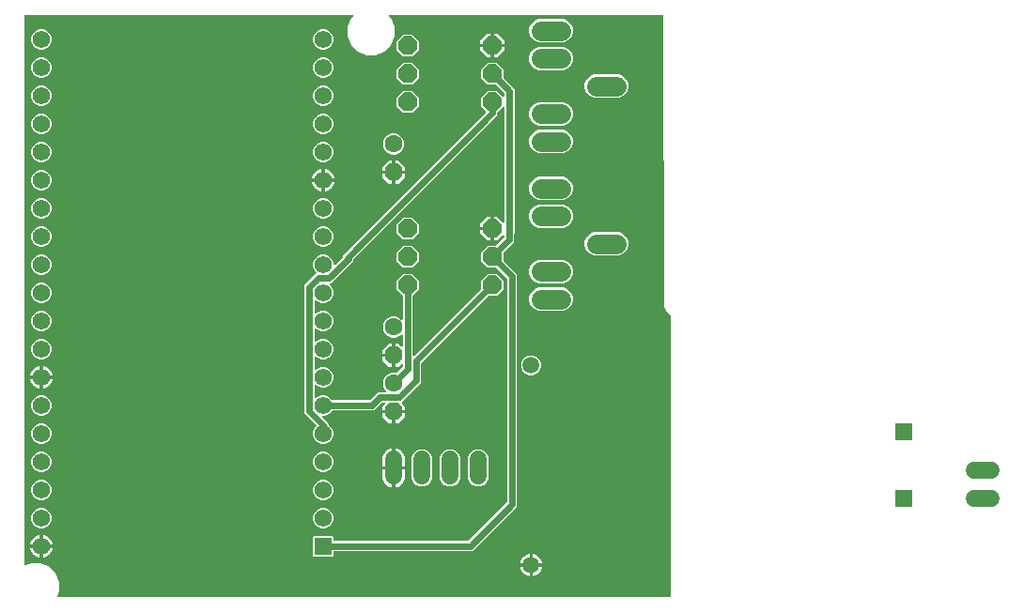
<source format=gbr>
G04 EAGLE Gerber RS-274X export*
G75*
%MOMM*%
%FSLAX34Y34*%
%LPD*%
%INBottom Copper*%
%IPPOS*%
%AMOC8*
5,1,8,0,0,1.08239X$1,22.5*%
G01*
%ADD10C,1.600200*%
%ADD11P,1.732040X8X292.500000*%
%ADD12P,1.814519X8X22.500000*%
%ADD13P,1.814519X8X202.500000*%
%ADD14C,1.524000*%
%ADD15R,1.560000X1.560000*%
%ADD16C,1.560000*%
%ADD17R,1.508000X1.508000*%
%ADD18C,1.508000*%
%ADD19C,1.800000*%
%ADD20C,0.609600*%

G36*
X591840Y10164D02*
X591840Y10164D01*
X591859Y10162D01*
X591961Y10184D01*
X592063Y10200D01*
X592080Y10210D01*
X592100Y10214D01*
X592189Y10267D01*
X592280Y10316D01*
X592294Y10330D01*
X592311Y10340D01*
X592378Y10419D01*
X592450Y10494D01*
X592458Y10512D01*
X592471Y10527D01*
X592510Y10623D01*
X592553Y10717D01*
X592555Y10737D01*
X592563Y10755D01*
X592581Y10922D01*
X592581Y263954D01*
X592567Y264044D01*
X592559Y264135D01*
X592547Y264165D01*
X592542Y264197D01*
X592499Y264277D01*
X592463Y264361D01*
X592437Y264393D01*
X592426Y264414D01*
X592403Y264436D01*
X592358Y264492D01*
X589726Y267125D01*
X589725Y267125D01*
X589724Y267126D01*
X588292Y268551D01*
X587519Y270417D01*
X587518Y270418D01*
X587518Y270419D01*
X586739Y272284D01*
X586739Y274306D01*
X586739Y274307D01*
X586739Y274308D01*
X586010Y535080D01*
X586007Y535099D01*
X586009Y535117D01*
X585987Y535219D01*
X585969Y535323D01*
X585961Y535339D01*
X585957Y535358D01*
X585903Y535448D01*
X585854Y535540D01*
X585840Y535553D01*
X585830Y535569D01*
X585751Y535637D01*
X585675Y535709D01*
X585658Y535717D01*
X585643Y535729D01*
X585546Y535768D01*
X585452Y535812D01*
X585433Y535814D01*
X585415Y535821D01*
X585249Y535839D01*
X339558Y535839D01*
X339487Y535828D01*
X339415Y535826D01*
X339366Y535808D01*
X339315Y535800D01*
X339252Y535766D01*
X339184Y535741D01*
X339144Y535709D01*
X339098Y535684D01*
X339048Y535632D01*
X338992Y535588D01*
X338964Y535544D01*
X338928Y535506D01*
X338898Y535441D01*
X338859Y535381D01*
X338847Y535330D01*
X338825Y535283D01*
X338817Y535212D01*
X338799Y535142D01*
X338803Y535090D01*
X338798Y535039D01*
X338813Y534968D01*
X338818Y534897D01*
X338839Y534849D01*
X338850Y534798D01*
X338887Y534737D01*
X338915Y534671D01*
X338960Y534615D01*
X338976Y534587D01*
X338994Y534572D01*
X339020Y534540D01*
X340731Y532828D01*
X343991Y524959D01*
X343991Y516441D01*
X340731Y508572D01*
X334708Y502549D01*
X326839Y499289D01*
X318321Y499289D01*
X310452Y502549D01*
X304429Y508572D01*
X301169Y516441D01*
X301169Y524959D01*
X304429Y532828D01*
X306140Y534540D01*
X306182Y534598D01*
X306232Y534650D01*
X306254Y534697D01*
X306284Y534739D01*
X306305Y534808D01*
X306335Y534873D01*
X306341Y534925D01*
X306356Y534975D01*
X306354Y535046D01*
X306362Y535117D01*
X306351Y535168D01*
X306350Y535220D01*
X306325Y535288D01*
X306310Y535358D01*
X306283Y535403D01*
X306265Y535451D01*
X306221Y535507D01*
X306184Y535569D01*
X306144Y535603D01*
X306112Y535643D01*
X306051Y535682D01*
X305997Y535729D01*
X305949Y535748D01*
X305905Y535776D01*
X305835Y535794D01*
X305769Y535821D01*
X305697Y535829D01*
X305666Y535837D01*
X305643Y535835D01*
X305602Y535839D01*
X10922Y535839D01*
X10902Y535836D01*
X10883Y535838D01*
X10781Y535816D01*
X10679Y535800D01*
X10662Y535790D01*
X10642Y535786D01*
X10553Y535733D01*
X10462Y535684D01*
X10448Y535670D01*
X10431Y535660D01*
X10364Y535581D01*
X10292Y535506D01*
X10284Y535488D01*
X10271Y535473D01*
X10232Y535377D01*
X10189Y535283D01*
X10187Y535263D01*
X10179Y535245D01*
X10161Y535078D01*
X10161Y40239D01*
X10168Y40193D01*
X10166Y40147D01*
X10188Y40073D01*
X10200Y39996D01*
X10222Y39955D01*
X10235Y39911D01*
X10279Y39847D01*
X10316Y39778D01*
X10349Y39747D01*
X10375Y39709D01*
X10438Y39663D01*
X10494Y39609D01*
X10536Y39590D01*
X10572Y39562D01*
X10646Y39538D01*
X10717Y39505D01*
X10763Y39500D01*
X10806Y39486D01*
X10884Y39487D01*
X10961Y39478D01*
X11006Y39488D01*
X11052Y39489D01*
X11184Y39527D01*
X11202Y39531D01*
X11206Y39533D01*
X11213Y39535D01*
X15741Y41411D01*
X24259Y41411D01*
X32128Y38151D01*
X38151Y32128D01*
X41411Y24259D01*
X41411Y15741D01*
X39535Y11213D01*
X39525Y11169D01*
X39505Y11127D01*
X39497Y11050D01*
X39479Y10974D01*
X39483Y10928D01*
X39478Y10883D01*
X39495Y10806D01*
X39502Y10729D01*
X39521Y10687D01*
X39531Y10642D01*
X39571Y10575D01*
X39602Y10504D01*
X39633Y10470D01*
X39657Y10431D01*
X39716Y10380D01*
X39769Y10323D01*
X39809Y10301D01*
X39844Y10271D01*
X39916Y10242D01*
X39984Y10205D01*
X40029Y10196D01*
X40072Y10179D01*
X40208Y10164D01*
X40226Y10161D01*
X40231Y10162D01*
X40239Y10161D01*
X591820Y10161D01*
X591840Y10164D01*
G37*
%LPC*%
G36*
X270968Y47075D02*
X270968Y47075D01*
X270075Y47968D01*
X270075Y64832D01*
X270968Y65725D01*
X287832Y65725D01*
X288725Y64832D01*
X288725Y61734D01*
X288728Y61714D01*
X288726Y61695D01*
X288748Y61593D01*
X288764Y61491D01*
X288774Y61474D01*
X288778Y61454D01*
X288831Y61365D01*
X288880Y61274D01*
X288894Y61260D01*
X288904Y61243D01*
X288983Y61176D01*
X289058Y61104D01*
X289076Y61096D01*
X289091Y61083D01*
X289187Y61044D01*
X289281Y61001D01*
X289301Y60999D01*
X289319Y60991D01*
X289486Y60973D01*
X409791Y60973D01*
X409881Y60987D01*
X409972Y60995D01*
X410001Y61007D01*
X410033Y61012D01*
X410114Y61055D01*
X410198Y61091D01*
X410230Y61117D01*
X410251Y61128D01*
X410273Y61151D01*
X410329Y61196D01*
X444784Y95651D01*
X444827Y95711D01*
X444868Y95754D01*
X444875Y95769D01*
X444897Y95795D01*
X444909Y95825D01*
X444928Y95851D01*
X444955Y95938D01*
X444962Y95955D01*
X444972Y95977D01*
X444972Y95982D01*
X444989Y96023D01*
X444993Y96064D01*
X445000Y96086D01*
X444999Y96118D01*
X445007Y96189D01*
X445007Y297511D01*
X444993Y297601D01*
X444985Y297692D01*
X444973Y297721D01*
X444968Y297753D01*
X444925Y297834D01*
X444889Y297918D01*
X444863Y297950D01*
X444852Y297971D01*
X444829Y297993D01*
X444784Y298049D01*
X435463Y307370D01*
X435389Y307423D01*
X435319Y307483D01*
X435289Y307495D01*
X435263Y307514D01*
X435176Y307541D01*
X435091Y307575D01*
X435050Y307579D01*
X435028Y307586D01*
X434996Y307585D01*
X434925Y307593D01*
X427696Y307593D01*
X421893Y313396D01*
X421893Y321604D01*
X427696Y327407D01*
X434925Y327407D01*
X435015Y327421D01*
X435106Y327429D01*
X435135Y327441D01*
X435167Y327446D01*
X435248Y327489D01*
X435332Y327525D01*
X435364Y327551D01*
X435385Y327562D01*
X435407Y327585D01*
X435463Y327630D01*
X442244Y334411D01*
X442297Y334485D01*
X442357Y334555D01*
X442369Y334585D01*
X442388Y334611D01*
X442415Y334698D01*
X442449Y334783D01*
X442453Y334824D01*
X442460Y334846D01*
X442459Y334878D01*
X442467Y334949D01*
X442467Y336282D01*
X442456Y336353D01*
X442454Y336425D01*
X442436Y336474D01*
X442428Y336525D01*
X442394Y336588D01*
X442369Y336656D01*
X442337Y336696D01*
X442312Y336743D01*
X442260Y336792D01*
X442216Y336848D01*
X442172Y336876D01*
X442134Y336912D01*
X442069Y336942D01*
X442009Y336981D01*
X441958Y336994D01*
X441911Y337016D01*
X441840Y337023D01*
X441770Y337041D01*
X441718Y337037D01*
X441667Y337043D01*
X441596Y337027D01*
X441525Y337022D01*
X441477Y337001D01*
X441426Y336990D01*
X441365Y336954D01*
X441299Y336925D01*
X441243Y336881D01*
X441215Y336864D01*
X441200Y336846D01*
X441168Y336821D01*
X436324Y331977D01*
X433323Y331977D01*
X433323Y342138D01*
X433320Y342158D01*
X433322Y342177D01*
X433300Y342279D01*
X433283Y342381D01*
X433274Y342398D01*
X433270Y342418D01*
X433217Y342507D01*
X433168Y342598D01*
X433154Y342612D01*
X433144Y342629D01*
X433065Y342696D01*
X432990Y342767D01*
X432972Y342776D01*
X432957Y342789D01*
X432861Y342827D01*
X432767Y342871D01*
X432747Y342873D01*
X432729Y342881D01*
X432562Y342899D01*
X431799Y342899D01*
X431799Y342901D01*
X432562Y342901D01*
X432582Y342904D01*
X432601Y342902D01*
X432703Y342924D01*
X432805Y342941D01*
X432822Y342950D01*
X432842Y342954D01*
X432931Y343007D01*
X433022Y343056D01*
X433036Y343070D01*
X433053Y343080D01*
X433120Y343159D01*
X433191Y343234D01*
X433200Y343252D01*
X433213Y343267D01*
X433252Y343363D01*
X433295Y343457D01*
X433297Y343477D01*
X433305Y343495D01*
X433323Y343662D01*
X433323Y353823D01*
X436324Y353823D01*
X441422Y348725D01*
X441480Y348683D01*
X441532Y348634D01*
X441579Y348612D01*
X441621Y348582D01*
X441690Y348561D01*
X441755Y348530D01*
X441807Y348525D01*
X441857Y348509D01*
X441928Y348511D01*
X441999Y348503D01*
X442050Y348514D01*
X442102Y348516D01*
X442170Y348540D01*
X442240Y348556D01*
X442285Y348582D01*
X442333Y348600D01*
X442389Y348645D01*
X442451Y348682D01*
X442485Y348721D01*
X442525Y348754D01*
X442564Y348814D01*
X442611Y348869D01*
X442630Y348917D01*
X442658Y348961D01*
X442676Y349030D01*
X442703Y349097D01*
X442711Y349168D01*
X442719Y349199D01*
X442717Y349223D01*
X442721Y349264D01*
X442721Y452273D01*
X442710Y452344D01*
X442708Y452416D01*
X442690Y452465D01*
X442682Y452516D01*
X442648Y452579D01*
X442623Y452647D01*
X442591Y452687D01*
X442566Y452733D01*
X442515Y452783D01*
X442470Y452839D01*
X442426Y452867D01*
X442388Y452903D01*
X442323Y452933D01*
X442263Y452972D01*
X442212Y452984D01*
X442165Y453006D01*
X442094Y453014D01*
X442024Y453032D01*
X441972Y453028D01*
X441921Y453033D01*
X441850Y453018D01*
X441779Y453013D01*
X441731Y452992D01*
X441680Y452981D01*
X441619Y452944D01*
X441553Y452916D01*
X441497Y452872D01*
X441469Y452855D01*
X441454Y452837D01*
X441422Y452812D01*
X436596Y447985D01*
X436543Y447912D01*
X436483Y447842D01*
X436471Y447812D01*
X436452Y447786D01*
X436425Y447699D01*
X436391Y447614D01*
X436387Y447573D01*
X436380Y447551D01*
X436381Y447518D01*
X436373Y447447D01*
X436373Y445146D01*
X306728Y315501D01*
X306675Y315427D01*
X306615Y315357D01*
X306603Y315327D01*
X306584Y315301D01*
X306557Y315214D01*
X306523Y315129D01*
X306519Y315088D01*
X306512Y315066D01*
X306513Y315034D01*
X306505Y314963D01*
X306505Y313541D01*
X286419Y293455D01*
X285970Y293455D01*
X285899Y293444D01*
X285827Y293442D01*
X285778Y293424D01*
X285727Y293416D01*
X285664Y293382D01*
X285596Y293357D01*
X285556Y293325D01*
X285510Y293300D01*
X285460Y293248D01*
X285404Y293204D01*
X285376Y293160D01*
X285340Y293122D01*
X285310Y293057D01*
X285271Y292997D01*
X285259Y292946D01*
X285237Y292899D01*
X285229Y292828D01*
X285211Y292758D01*
X285215Y292706D01*
X285209Y292655D01*
X285225Y292584D01*
X285230Y292513D01*
X285251Y292465D01*
X285262Y292414D01*
X285299Y292353D01*
X285327Y292287D01*
X285371Y292231D01*
X285388Y292203D01*
X285406Y292188D01*
X285431Y292156D01*
X287305Y290282D01*
X288725Y286855D01*
X288725Y283145D01*
X287305Y279718D01*
X284682Y277095D01*
X281255Y275675D01*
X277545Y275675D01*
X274118Y277095D01*
X272900Y278313D01*
X272842Y278354D01*
X272790Y278404D01*
X272743Y278426D01*
X272701Y278456D01*
X272632Y278477D01*
X272567Y278507D01*
X272515Y278513D01*
X272465Y278528D01*
X272394Y278527D01*
X272323Y278535D01*
X272272Y278523D01*
X272220Y278522D01*
X272152Y278497D01*
X272082Y278482D01*
X272037Y278456D01*
X271989Y278438D01*
X271933Y278393D01*
X271871Y278356D01*
X271837Y278317D01*
X271797Y278284D01*
X271758Y278224D01*
X271711Y278169D01*
X271692Y278121D01*
X271664Y278077D01*
X271646Y278008D01*
X271619Y277941D01*
X271611Y277870D01*
X271603Y277839D01*
X271605Y277815D01*
X271601Y277774D01*
X271601Y266826D01*
X271612Y266755D01*
X271614Y266683D01*
X271632Y266634D01*
X271640Y266583D01*
X271674Y266520D01*
X271699Y266452D01*
X271731Y266412D01*
X271756Y266366D01*
X271808Y266316D01*
X271852Y266260D01*
X271896Y266232D01*
X271934Y266196D01*
X271999Y266166D01*
X272059Y266127D01*
X272110Y266115D01*
X272157Y266093D01*
X272228Y266085D01*
X272298Y266067D01*
X272350Y266071D01*
X272401Y266065D01*
X272472Y266081D01*
X272543Y266086D01*
X272591Y266107D01*
X272642Y266118D01*
X272703Y266155D01*
X272769Y266183D01*
X272825Y266227D01*
X272853Y266244D01*
X272868Y266262D01*
X272900Y266287D01*
X274118Y267505D01*
X277545Y268925D01*
X281255Y268925D01*
X284682Y267505D01*
X287305Y264882D01*
X288725Y261455D01*
X288725Y257745D01*
X287305Y254318D01*
X284682Y251695D01*
X281255Y250275D01*
X277545Y250275D01*
X274118Y251695D01*
X272900Y252913D01*
X272842Y252954D01*
X272790Y253004D01*
X272743Y253026D01*
X272701Y253056D01*
X272632Y253077D01*
X272567Y253107D01*
X272515Y253113D01*
X272465Y253128D01*
X272394Y253127D01*
X272323Y253135D01*
X272272Y253123D01*
X272220Y253122D01*
X272152Y253097D01*
X272082Y253082D01*
X272037Y253056D01*
X271989Y253038D01*
X271933Y252993D01*
X271871Y252956D01*
X271837Y252917D01*
X271797Y252884D01*
X271758Y252824D01*
X271711Y252769D01*
X271692Y252721D01*
X271664Y252677D01*
X271646Y252608D01*
X271619Y252541D01*
X271611Y252470D01*
X271603Y252439D01*
X271605Y252415D01*
X271601Y252374D01*
X271601Y241426D01*
X271612Y241355D01*
X271614Y241283D01*
X271632Y241234D01*
X271640Y241183D01*
X271674Y241120D01*
X271699Y241052D01*
X271731Y241012D01*
X271756Y240966D01*
X271808Y240916D01*
X271852Y240860D01*
X271896Y240832D01*
X271934Y240796D01*
X271999Y240766D01*
X272059Y240727D01*
X272110Y240715D01*
X272157Y240693D01*
X272228Y240685D01*
X272298Y240667D01*
X272350Y240671D01*
X272401Y240665D01*
X272472Y240681D01*
X272543Y240686D01*
X272591Y240707D01*
X272642Y240718D01*
X272703Y240755D01*
X272769Y240783D01*
X272825Y240827D01*
X272853Y240844D01*
X272868Y240862D01*
X272900Y240887D01*
X274118Y242105D01*
X277545Y243525D01*
X281255Y243525D01*
X284682Y242105D01*
X287305Y239482D01*
X288725Y236055D01*
X288725Y232345D01*
X287305Y228918D01*
X284682Y226295D01*
X281255Y224875D01*
X277545Y224875D01*
X274118Y226295D01*
X272900Y227513D01*
X272842Y227554D01*
X272790Y227604D01*
X272743Y227626D01*
X272701Y227656D01*
X272632Y227677D01*
X272567Y227707D01*
X272515Y227713D01*
X272465Y227728D01*
X272394Y227727D01*
X272323Y227735D01*
X272272Y227723D01*
X272220Y227722D01*
X272152Y227697D01*
X272082Y227682D01*
X272037Y227656D01*
X271989Y227638D01*
X271933Y227593D01*
X271871Y227556D01*
X271837Y227517D01*
X271797Y227484D01*
X271758Y227424D01*
X271711Y227369D01*
X271692Y227321D01*
X271664Y227277D01*
X271646Y227208D01*
X271619Y227141D01*
X271611Y227070D01*
X271603Y227039D01*
X271605Y227015D01*
X271601Y226974D01*
X271601Y216026D01*
X271612Y215955D01*
X271614Y215883D01*
X271632Y215834D01*
X271640Y215783D01*
X271674Y215720D01*
X271699Y215652D01*
X271731Y215612D01*
X271756Y215566D01*
X271808Y215516D01*
X271852Y215460D01*
X271896Y215432D01*
X271934Y215396D01*
X271999Y215366D01*
X272059Y215327D01*
X272110Y215315D01*
X272157Y215293D01*
X272228Y215285D01*
X272298Y215267D01*
X272350Y215271D01*
X272401Y215265D01*
X272472Y215281D01*
X272543Y215286D01*
X272591Y215307D01*
X272642Y215318D01*
X272703Y215355D01*
X272769Y215383D01*
X272825Y215427D01*
X272853Y215444D01*
X272868Y215462D01*
X272900Y215487D01*
X274118Y216705D01*
X277545Y218125D01*
X281255Y218125D01*
X284682Y216705D01*
X287305Y214082D01*
X288725Y210655D01*
X288725Y206945D01*
X287305Y203518D01*
X284682Y200895D01*
X281255Y199475D01*
X277545Y199475D01*
X274118Y200895D01*
X272900Y202113D01*
X272842Y202154D01*
X272790Y202204D01*
X272743Y202226D01*
X272701Y202256D01*
X272632Y202277D01*
X272567Y202307D01*
X272515Y202313D01*
X272465Y202328D01*
X272394Y202327D01*
X272323Y202335D01*
X272272Y202323D01*
X272220Y202322D01*
X272152Y202297D01*
X272082Y202282D01*
X272037Y202256D01*
X271989Y202238D01*
X271933Y202193D01*
X271871Y202156D01*
X271837Y202117D01*
X271797Y202084D01*
X271758Y202024D01*
X271711Y201969D01*
X271692Y201921D01*
X271664Y201877D01*
X271646Y201808D01*
X271619Y201741D01*
X271611Y201670D01*
X271603Y201639D01*
X271605Y201615D01*
X271601Y201574D01*
X271601Y190626D01*
X271612Y190555D01*
X271614Y190483D01*
X271632Y190434D01*
X271640Y190383D01*
X271674Y190320D01*
X271699Y190252D01*
X271731Y190212D01*
X271756Y190166D01*
X271808Y190116D01*
X271852Y190060D01*
X271896Y190032D01*
X271934Y189996D01*
X271999Y189966D01*
X272059Y189927D01*
X272110Y189915D01*
X272157Y189893D01*
X272228Y189885D01*
X272298Y189867D01*
X272350Y189871D01*
X272401Y189865D01*
X272472Y189881D01*
X272543Y189886D01*
X272591Y189907D01*
X272642Y189918D01*
X272703Y189955D01*
X272769Y189983D01*
X272825Y190027D01*
X272853Y190044D01*
X272868Y190062D01*
X272900Y190087D01*
X274118Y191305D01*
X277545Y192725D01*
X281255Y192725D01*
X284682Y191305D01*
X287305Y188682D01*
X287404Y188443D01*
X287466Y188343D01*
X287526Y188243D01*
X287531Y188239D01*
X287534Y188234D01*
X287624Y188159D01*
X287713Y188083D01*
X287719Y188081D01*
X287723Y188077D01*
X287832Y188035D01*
X287941Y187991D01*
X287948Y187990D01*
X287953Y187989D01*
X287971Y187988D01*
X288108Y187973D01*
X320891Y187973D01*
X320981Y187987D01*
X321072Y187995D01*
X321101Y188007D01*
X321133Y188012D01*
X321214Y188055D01*
X321298Y188091D01*
X321330Y188117D01*
X321351Y188128D01*
X321373Y188151D01*
X321429Y188196D01*
X328433Y195200D01*
X335591Y195200D01*
X335662Y195211D01*
X335733Y195213D01*
X335782Y195231D01*
X335834Y195239D01*
X335897Y195273D01*
X335964Y195298D01*
X336005Y195330D01*
X336051Y195355D01*
X336101Y195407D01*
X336157Y195451D01*
X336185Y195495D01*
X336221Y195533D01*
X336251Y195598D01*
X336290Y195658D01*
X336302Y195709D01*
X336324Y195756D01*
X336332Y195827D01*
X336350Y195897D01*
X336346Y195949D01*
X336351Y196000D01*
X336336Y196071D01*
X336330Y196142D01*
X336310Y196190D01*
X336299Y196241D01*
X336262Y196302D01*
X336234Y196368D01*
X336189Y196424D01*
X336173Y196452D01*
X336155Y196467D01*
X336129Y196499D01*
X334824Y197804D01*
X333374Y201305D01*
X333374Y205095D01*
X334824Y208596D01*
X337504Y211276D01*
X341005Y212726D01*
X344795Y212726D01*
X345148Y212579D01*
X345262Y212553D01*
X345375Y212524D01*
X345381Y212525D01*
X345387Y212523D01*
X345504Y212534D01*
X345620Y212543D01*
X345626Y212546D01*
X345632Y212546D01*
X345740Y212594D01*
X345847Y212640D01*
X345852Y212644D01*
X345857Y212646D01*
X345871Y212659D01*
X345978Y212744D01*
X350804Y217571D01*
X350857Y217645D01*
X350917Y217715D01*
X350929Y217745D01*
X350948Y217771D01*
X350975Y217858D01*
X351009Y217943D01*
X351013Y217984D01*
X351020Y218006D01*
X351019Y218038D01*
X351027Y218109D01*
X351027Y219981D01*
X351016Y220052D01*
X351014Y220124D01*
X350996Y220173D01*
X350988Y220224D01*
X350954Y220287D01*
X350929Y220355D01*
X350897Y220395D01*
X350872Y220441D01*
X350820Y220491D01*
X350776Y220547D01*
X350732Y220575D01*
X350694Y220611D01*
X350629Y220641D01*
X350569Y220680D01*
X350518Y220692D01*
X350471Y220714D01*
X350400Y220722D01*
X350330Y220740D01*
X350278Y220736D01*
X350227Y220741D01*
X350156Y220726D01*
X350085Y220721D01*
X350037Y220700D01*
X349986Y220689D01*
X349925Y220652D01*
X349859Y220624D01*
X349803Y220580D01*
X349775Y220563D01*
X349760Y220545D01*
X349728Y220520D01*
X347267Y218058D01*
X344423Y218058D01*
X344423Y227838D01*
X344420Y227858D01*
X344422Y227877D01*
X344400Y227979D01*
X344383Y228081D01*
X344374Y228098D01*
X344370Y228118D01*
X344317Y228207D01*
X344268Y228298D01*
X344254Y228312D01*
X344244Y228329D01*
X344165Y228396D01*
X344090Y228467D01*
X344072Y228476D01*
X344057Y228489D01*
X343961Y228527D01*
X343867Y228571D01*
X343847Y228573D01*
X343829Y228581D01*
X343662Y228599D01*
X342899Y228599D01*
X342899Y228601D01*
X343662Y228601D01*
X343682Y228604D01*
X343701Y228602D01*
X343803Y228624D01*
X343905Y228641D01*
X343922Y228650D01*
X343942Y228654D01*
X344031Y228707D01*
X344122Y228756D01*
X344136Y228770D01*
X344153Y228780D01*
X344220Y228859D01*
X344291Y228934D01*
X344300Y228952D01*
X344313Y228967D01*
X344352Y229063D01*
X344395Y229157D01*
X344397Y229177D01*
X344405Y229195D01*
X344423Y229362D01*
X344423Y239142D01*
X347267Y239142D01*
X349728Y236680D01*
X349786Y236639D01*
X349838Y236589D01*
X349885Y236567D01*
X349927Y236537D01*
X349996Y236516D01*
X350061Y236486D01*
X350113Y236480D01*
X350163Y236465D01*
X350234Y236466D01*
X350305Y236459D01*
X350356Y236470D01*
X350408Y236471D01*
X350476Y236496D01*
X350546Y236511D01*
X350591Y236538D01*
X350639Y236555D01*
X350695Y236600D01*
X350757Y236637D01*
X350791Y236677D01*
X350831Y236709D01*
X350870Y236769D01*
X350917Y236824D01*
X350936Y236872D01*
X350964Y236916D01*
X350982Y236985D01*
X351009Y237052D01*
X351017Y237123D01*
X351025Y237155D01*
X351023Y237178D01*
X351027Y237219D01*
X351027Y246818D01*
X351016Y246889D01*
X351014Y246960D01*
X350996Y247009D01*
X350988Y247061D01*
X350954Y247124D01*
X350929Y247191D01*
X350897Y247232D01*
X350872Y247278D01*
X350820Y247328D01*
X350776Y247384D01*
X350732Y247412D01*
X350694Y247448D01*
X350629Y247478D01*
X350569Y247517D01*
X350518Y247529D01*
X350471Y247551D01*
X350400Y247559D01*
X350330Y247577D01*
X350278Y247573D01*
X350227Y247578D01*
X350156Y247563D01*
X350085Y247557D01*
X350037Y247537D01*
X349986Y247526D01*
X349925Y247489D01*
X349859Y247461D01*
X349803Y247416D01*
X349775Y247400D01*
X349760Y247382D01*
X349728Y247356D01*
X348296Y245924D01*
X344795Y244474D01*
X341005Y244474D01*
X337504Y245924D01*
X334824Y248604D01*
X333374Y252105D01*
X333374Y255895D01*
X334824Y259396D01*
X337504Y262076D01*
X341005Y263526D01*
X344795Y263526D01*
X348296Y262076D01*
X349728Y260644D01*
X349786Y260602D01*
X349838Y260552D01*
X349885Y260531D01*
X349927Y260500D01*
X349996Y260479D01*
X350061Y260449D01*
X350113Y260443D01*
X350163Y260428D01*
X350234Y260430D01*
X350305Y260422D01*
X350356Y260433D01*
X350408Y260434D01*
X350476Y260459D01*
X350546Y260474D01*
X350591Y260501D01*
X350639Y260519D01*
X350695Y260563D01*
X350757Y260600D01*
X350791Y260640D01*
X350831Y260672D01*
X350870Y260733D01*
X350917Y260787D01*
X350936Y260835D01*
X350964Y260879D01*
X350982Y260949D01*
X351009Y261015D01*
X351017Y261087D01*
X351025Y261118D01*
X351023Y261141D01*
X351027Y261182D01*
X351027Y282347D01*
X351013Y282437D01*
X351005Y282528D01*
X350993Y282558D01*
X350988Y282590D01*
X350945Y282671D01*
X350909Y282755D01*
X350883Y282787D01*
X350872Y282807D01*
X350849Y282830D01*
X350804Y282885D01*
X345693Y287996D01*
X345693Y296204D01*
X351496Y302007D01*
X359704Y302007D01*
X365507Y296204D01*
X365507Y287996D01*
X360396Y282885D01*
X360343Y282811D01*
X360283Y282742D01*
X360271Y282712D01*
X360252Y282686D01*
X360225Y282599D01*
X360191Y282514D01*
X360187Y282473D01*
X360180Y282451D01*
X360181Y282418D01*
X360173Y282347D01*
X360173Y228777D01*
X360184Y228707D01*
X360186Y228635D01*
X360204Y228586D01*
X360212Y228535D01*
X360246Y228471D01*
X360271Y228404D01*
X360303Y228363D01*
X360328Y228317D01*
X360380Y228268D01*
X360424Y228212D01*
X360468Y228184D01*
X360506Y228148D01*
X360571Y228118D01*
X360631Y228079D01*
X360682Y228066D01*
X360729Y228044D01*
X360800Y228036D01*
X360870Y228019D01*
X360922Y228023D01*
X360973Y228017D01*
X361044Y228032D01*
X361115Y228038D01*
X361163Y228058D01*
X361214Y228069D01*
X361275Y228106D01*
X361341Y228134D01*
X361397Y228179D01*
X361425Y228196D01*
X361440Y228213D01*
X361472Y228239D01*
X361549Y228316D01*
X421670Y288437D01*
X421723Y288511D01*
X421783Y288581D01*
X421795Y288611D01*
X421814Y288637D01*
X421841Y288724D01*
X421875Y288809D01*
X421879Y288850D01*
X421886Y288872D01*
X421885Y288904D01*
X421893Y288975D01*
X421893Y296204D01*
X427696Y302007D01*
X435904Y302007D01*
X441707Y296204D01*
X441707Y287996D01*
X435904Y282193D01*
X428675Y282193D01*
X428585Y282179D01*
X428494Y282171D01*
X428465Y282159D01*
X428433Y282154D01*
X428352Y282111D01*
X428268Y282075D01*
X428236Y282049D01*
X428215Y282038D01*
X428193Y282015D01*
X428137Y281970D01*
X368016Y221849D01*
X367963Y221775D01*
X367903Y221705D01*
X367891Y221675D01*
X367872Y221649D01*
X367845Y221562D01*
X367811Y221477D01*
X367807Y221436D01*
X367800Y221414D01*
X367801Y221382D01*
X367793Y221311D01*
X367793Y203845D01*
X364891Y200943D01*
X350316Y186369D01*
X350305Y186352D01*
X350289Y186340D01*
X350233Y186253D01*
X350173Y186169D01*
X350167Y186150D01*
X350156Y186133D01*
X350131Y186032D01*
X350100Y185934D01*
X350101Y185914D01*
X350096Y185894D01*
X350104Y185791D01*
X350107Y185688D01*
X350114Y185669D01*
X350115Y185649D01*
X350156Y185554D01*
X350191Y185457D01*
X350204Y185441D01*
X350211Y185423D01*
X350316Y185292D01*
X353442Y182167D01*
X353442Y179323D01*
X343662Y179323D01*
X343642Y179320D01*
X343623Y179322D01*
X343521Y179300D01*
X343419Y179283D01*
X343402Y179274D01*
X343382Y179270D01*
X343293Y179217D01*
X343202Y179168D01*
X343188Y179154D01*
X343171Y179144D01*
X343104Y179065D01*
X343033Y178990D01*
X343024Y178972D01*
X343011Y178957D01*
X342973Y178861D01*
X342929Y178767D01*
X342927Y178747D01*
X342919Y178729D01*
X342901Y178562D01*
X342901Y177799D01*
X342899Y177799D01*
X342899Y178562D01*
X342896Y178582D01*
X342898Y178601D01*
X342876Y178703D01*
X342859Y178805D01*
X342850Y178822D01*
X342846Y178842D01*
X342793Y178931D01*
X342744Y179022D01*
X342730Y179036D01*
X342720Y179053D01*
X342641Y179120D01*
X342566Y179191D01*
X342548Y179200D01*
X342533Y179213D01*
X342437Y179252D01*
X342343Y179295D01*
X342323Y179297D01*
X342305Y179305D01*
X342138Y179323D01*
X332358Y179323D01*
X332358Y182167D01*
X334947Y184755D01*
X334988Y184813D01*
X335038Y184865D01*
X335060Y184912D01*
X335090Y184954D01*
X335111Y185023D01*
X335141Y185088D01*
X335147Y185140D01*
X335162Y185190D01*
X335161Y185261D01*
X335168Y185332D01*
X335157Y185383D01*
X335156Y185435D01*
X335131Y185503D01*
X335116Y185573D01*
X335089Y185618D01*
X335072Y185666D01*
X335027Y185722D01*
X334990Y185784D01*
X334950Y185818D01*
X334918Y185858D01*
X334858Y185897D01*
X334803Y185944D01*
X334755Y185963D01*
X334711Y185991D01*
X334642Y186009D01*
X334575Y186036D01*
X334504Y186044D01*
X334472Y186052D01*
X334449Y186050D01*
X334408Y186054D01*
X332536Y186054D01*
X332446Y186040D01*
X332355Y186032D01*
X332326Y186020D01*
X332294Y186015D01*
X332213Y185972D01*
X332129Y185936D01*
X332097Y185910D01*
X332076Y185899D01*
X332054Y185876D01*
X331998Y185831D01*
X324994Y178827D01*
X288108Y178827D01*
X287993Y178808D01*
X287877Y178791D01*
X287871Y178789D01*
X287865Y178788D01*
X287763Y178733D01*
X287657Y178680D01*
X287653Y178675D01*
X287647Y178672D01*
X287567Y178588D01*
X287485Y178504D01*
X287482Y178498D01*
X287478Y178494D01*
X287470Y178477D01*
X287404Y178357D01*
X287305Y178118D01*
X284682Y175495D01*
X281255Y174075D01*
X279533Y174075D01*
X279462Y174064D01*
X279390Y174062D01*
X279341Y174044D01*
X279290Y174036D01*
X279227Y174002D01*
X279159Y173977D01*
X279119Y173945D01*
X279073Y173920D01*
X279023Y173868D01*
X278967Y173824D01*
X278939Y173780D01*
X278903Y173742D01*
X278873Y173677D01*
X278834Y173617D01*
X278821Y173566D01*
X278800Y173519D01*
X278792Y173448D01*
X278774Y173378D01*
X278778Y173326D01*
X278772Y173275D01*
X278788Y173204D01*
X278793Y173133D01*
X278814Y173085D01*
X278825Y173034D01*
X278862Y172973D01*
X278890Y172907D01*
X278934Y172851D01*
X278951Y172823D01*
X278969Y172808D01*
X278994Y172776D01*
X283973Y167797D01*
X283973Y166708D01*
X283992Y166593D01*
X284009Y166477D01*
X284011Y166471D01*
X284012Y166465D01*
X284067Y166363D01*
X284120Y166257D01*
X284125Y166253D01*
X284128Y166247D01*
X284212Y166167D01*
X284296Y166085D01*
X284302Y166082D01*
X284306Y166078D01*
X284323Y166070D01*
X284443Y166004D01*
X284682Y165905D01*
X287305Y163282D01*
X288725Y159855D01*
X288725Y156145D01*
X287305Y152718D01*
X284682Y150095D01*
X281255Y148675D01*
X277545Y148675D01*
X274118Y150095D01*
X271495Y152718D01*
X270075Y156145D01*
X270075Y159855D01*
X271495Y163282D01*
X272986Y164774D01*
X272998Y164790D01*
X273014Y164802D01*
X273070Y164889D01*
X273130Y164973D01*
X273136Y164992D01*
X273147Y165009D01*
X273172Y165110D01*
X273202Y165208D01*
X273202Y165228D01*
X273207Y165248D01*
X273199Y165351D01*
X273196Y165454D01*
X273189Y165473D01*
X273188Y165493D01*
X273147Y165588D01*
X273111Y165685D01*
X273099Y165701D01*
X273091Y165719D01*
X272986Y165850D01*
X262455Y176381D01*
X262455Y292019D01*
X265357Y294920D01*
X270136Y299699D01*
X272986Y302550D01*
X272998Y302566D01*
X273014Y302579D01*
X273070Y302666D01*
X273130Y302750D01*
X273136Y302769D01*
X273147Y302785D01*
X273172Y302886D01*
X273202Y302985D01*
X273202Y303005D01*
X273207Y303024D01*
X273199Y303127D01*
X273196Y303231D01*
X273189Y303249D01*
X273188Y303269D01*
X273147Y303364D01*
X273111Y303462D01*
X273099Y303477D01*
X273091Y303496D01*
X272986Y303626D01*
X271495Y305118D01*
X270075Y308545D01*
X270075Y312255D01*
X271495Y315682D01*
X274118Y318305D01*
X277545Y319725D01*
X281255Y319725D01*
X284682Y318305D01*
X287305Y315682D01*
X288725Y312255D01*
X288725Y310533D01*
X288736Y310462D01*
X288738Y310390D01*
X288756Y310341D01*
X288764Y310290D01*
X288798Y310227D01*
X288823Y310159D01*
X288855Y310119D01*
X288880Y310073D01*
X288932Y310023D01*
X288976Y309967D01*
X289020Y309939D01*
X289058Y309903D01*
X289123Y309873D01*
X289183Y309834D01*
X289234Y309821D01*
X289281Y309800D01*
X289352Y309792D01*
X289422Y309774D01*
X289474Y309778D01*
X289525Y309772D01*
X289596Y309788D01*
X289667Y309793D01*
X289715Y309814D01*
X289766Y309825D01*
X289827Y309862D01*
X289893Y309890D01*
X289949Y309934D01*
X289977Y309951D01*
X289992Y309969D01*
X290024Y309994D01*
X297136Y317106D01*
X297189Y317180D01*
X297249Y317250D01*
X297261Y317280D01*
X297280Y317306D01*
X297307Y317393D01*
X297341Y317478D01*
X297345Y317519D01*
X297352Y317541D01*
X297351Y317573D01*
X297359Y317645D01*
X297359Y319066D01*
X300261Y321968D01*
X426103Y447810D01*
X426115Y447826D01*
X426130Y447839D01*
X426187Y447926D01*
X426247Y448010D01*
X426253Y448029D01*
X426263Y448046D01*
X426289Y448146D01*
X426319Y448245D01*
X426319Y448265D01*
X426323Y448284D01*
X426315Y448387D01*
X426313Y448491D01*
X426306Y448510D01*
X426304Y448529D01*
X426264Y448624D01*
X426228Y448722D01*
X426216Y448737D01*
X426208Y448756D01*
X426103Y448887D01*
X421893Y453096D01*
X421893Y461304D01*
X427696Y467107D01*
X435904Y467107D01*
X441422Y461588D01*
X441480Y461547D01*
X441532Y461497D01*
X441579Y461475D01*
X441621Y461445D01*
X441690Y461424D01*
X441755Y461394D01*
X441807Y461388D01*
X441857Y461373D01*
X441928Y461374D01*
X441999Y461367D01*
X442050Y461378D01*
X442102Y461379D01*
X442170Y461404D01*
X442240Y461419D01*
X442285Y461446D01*
X442333Y461463D01*
X442389Y461508D01*
X442451Y461545D01*
X442485Y461585D01*
X442525Y461617D01*
X442564Y461677D01*
X442611Y461732D01*
X442630Y461780D01*
X442658Y461824D01*
X442676Y461893D01*
X442703Y461960D01*
X442711Y462031D01*
X442719Y462063D01*
X442717Y462086D01*
X442721Y462127D01*
X442721Y464897D01*
X442707Y464987D01*
X442699Y465078D01*
X442687Y465107D01*
X442682Y465139D01*
X442639Y465220D01*
X442603Y465304D01*
X442577Y465336D01*
X442566Y465357D01*
X442543Y465379D01*
X442498Y465435D01*
X435463Y472470D01*
X435389Y472523D01*
X435319Y472583D01*
X435289Y472595D01*
X435263Y472614D01*
X435176Y472641D01*
X435091Y472675D01*
X435050Y472679D01*
X435028Y472686D01*
X434996Y472685D01*
X434925Y472693D01*
X427696Y472693D01*
X421893Y478496D01*
X421893Y486704D01*
X427696Y492507D01*
X435904Y492507D01*
X441707Y486704D01*
X441707Y479475D01*
X441721Y479385D01*
X441729Y479294D01*
X441741Y479265D01*
X441746Y479233D01*
X441789Y479152D01*
X441825Y479068D01*
X441851Y479036D01*
X441862Y479015D01*
X441885Y478993D01*
X441930Y478937D01*
X448965Y471902D01*
X451867Y469000D01*
X451867Y338180D01*
X451836Y338149D01*
X451783Y338075D01*
X451723Y338006D01*
X451711Y337976D01*
X451692Y337949D01*
X451665Y337862D01*
X451631Y337778D01*
X451627Y337737D01*
X451620Y337714D01*
X451621Y337682D01*
X451613Y337611D01*
X451613Y330846D01*
X441930Y321163D01*
X441877Y321089D01*
X441817Y321019D01*
X441805Y320989D01*
X441786Y320963D01*
X441759Y320876D01*
X441725Y320791D01*
X441721Y320750D01*
X441714Y320728D01*
X441715Y320696D01*
X441707Y320625D01*
X441707Y314375D01*
X441721Y314285D01*
X441729Y314194D01*
X441741Y314165D01*
X441746Y314133D01*
X441789Y314052D01*
X441825Y313968D01*
X441851Y313936D01*
X441862Y313915D01*
X441885Y313893D01*
X441930Y313837D01*
X454153Y301614D01*
X454153Y92086D01*
X413894Y51827D01*
X289486Y51827D01*
X289466Y51824D01*
X289447Y51826D01*
X289345Y51804D01*
X289243Y51788D01*
X289226Y51778D01*
X289206Y51774D01*
X289117Y51721D01*
X289026Y51672D01*
X289012Y51658D01*
X288995Y51648D01*
X288928Y51569D01*
X288856Y51494D01*
X288848Y51476D01*
X288835Y51461D01*
X288796Y51365D01*
X288753Y51271D01*
X288751Y51251D01*
X288743Y51233D01*
X288725Y51066D01*
X288725Y47968D01*
X287832Y47075D01*
X270968Y47075D01*
G37*
%LPD*%
%LPC*%
G36*
X473647Y268715D02*
X473647Y268715D01*
X469778Y270318D01*
X466818Y273278D01*
X465215Y277147D01*
X465215Y281333D01*
X466818Y285202D01*
X469778Y288162D01*
X473647Y289765D01*
X495833Y289765D01*
X499702Y288162D01*
X502662Y285202D01*
X504265Y281333D01*
X504265Y277147D01*
X502662Y273278D01*
X499702Y270318D01*
X495833Y268715D01*
X473647Y268715D01*
G37*
%LPD*%
%LPC*%
G36*
X473647Y293715D02*
X473647Y293715D01*
X469778Y295318D01*
X466818Y298278D01*
X465215Y302147D01*
X465215Y306333D01*
X466818Y310202D01*
X469778Y313162D01*
X473647Y314765D01*
X495833Y314765D01*
X499702Y313162D01*
X502662Y310202D01*
X504265Y306333D01*
X504265Y302147D01*
X502662Y298278D01*
X499702Y295318D01*
X495833Y293715D01*
X473647Y293715D01*
G37*
%LPD*%
%LPC*%
G36*
X473647Y435955D02*
X473647Y435955D01*
X469778Y437558D01*
X466818Y440518D01*
X465215Y444387D01*
X465215Y448573D01*
X466818Y452442D01*
X469778Y455402D01*
X473647Y457005D01*
X495833Y457005D01*
X499702Y455402D01*
X502662Y452442D01*
X504265Y448573D01*
X504265Y444387D01*
X502662Y440518D01*
X499702Y437558D01*
X495833Y435955D01*
X473647Y435955D01*
G37*
%LPD*%
%LPC*%
G36*
X523647Y318715D02*
X523647Y318715D01*
X519778Y320318D01*
X516818Y323278D01*
X515215Y327147D01*
X515215Y331333D01*
X516818Y335202D01*
X519778Y338162D01*
X523647Y339765D01*
X545833Y339765D01*
X549702Y338162D01*
X552662Y335202D01*
X554265Y331333D01*
X554265Y327147D01*
X552662Y323278D01*
X549702Y320318D01*
X545833Y318715D01*
X523647Y318715D01*
G37*
%LPD*%
%LPC*%
G36*
X523647Y460955D02*
X523647Y460955D01*
X519778Y462558D01*
X516818Y465518D01*
X515215Y469387D01*
X515215Y473573D01*
X516818Y477442D01*
X519778Y480402D01*
X523647Y482005D01*
X545833Y482005D01*
X549702Y480402D01*
X552662Y477442D01*
X554265Y473573D01*
X554265Y469387D01*
X552662Y465518D01*
X549702Y462558D01*
X545833Y460955D01*
X523647Y460955D01*
G37*
%LPD*%
%LPC*%
G36*
X473647Y510955D02*
X473647Y510955D01*
X469778Y512558D01*
X466818Y515518D01*
X465215Y519387D01*
X465215Y523573D01*
X466818Y527442D01*
X469778Y530402D01*
X473647Y532005D01*
X495833Y532005D01*
X499702Y530402D01*
X502662Y527442D01*
X504265Y523573D01*
X504265Y519387D01*
X502662Y515518D01*
X499702Y512558D01*
X495833Y510955D01*
X473647Y510955D01*
G37*
%LPD*%
%LPC*%
G36*
X473647Y485955D02*
X473647Y485955D01*
X469778Y487558D01*
X466818Y490518D01*
X465215Y494387D01*
X465215Y498573D01*
X466818Y502442D01*
X469778Y505402D01*
X473647Y507005D01*
X495833Y507005D01*
X499702Y505402D01*
X502662Y502442D01*
X504265Y498573D01*
X504265Y494387D01*
X502662Y490518D01*
X499702Y487558D01*
X495833Y485955D01*
X473647Y485955D01*
G37*
%LPD*%
%LPC*%
G36*
X473647Y343715D02*
X473647Y343715D01*
X469778Y345318D01*
X466818Y348278D01*
X465215Y352147D01*
X465215Y356333D01*
X466818Y360202D01*
X469778Y363162D01*
X473647Y364765D01*
X495833Y364765D01*
X499702Y363162D01*
X502662Y360202D01*
X504265Y356333D01*
X504265Y352147D01*
X502662Y348278D01*
X499702Y345318D01*
X495833Y343715D01*
X473647Y343715D01*
G37*
%LPD*%
%LPC*%
G36*
X473647Y410955D02*
X473647Y410955D01*
X469778Y412558D01*
X466818Y415518D01*
X465215Y419387D01*
X465215Y423573D01*
X466818Y427442D01*
X469778Y430402D01*
X473647Y432005D01*
X495833Y432005D01*
X499702Y430402D01*
X502662Y427442D01*
X504265Y423573D01*
X504265Y419387D01*
X502662Y415518D01*
X499702Y412558D01*
X495833Y410955D01*
X473647Y410955D01*
G37*
%LPD*%
%LPC*%
G36*
X473647Y368715D02*
X473647Y368715D01*
X469778Y370318D01*
X466818Y373278D01*
X465215Y377147D01*
X465215Y381333D01*
X466818Y385202D01*
X469778Y388162D01*
X473647Y389765D01*
X495833Y389765D01*
X499702Y388162D01*
X502662Y385202D01*
X504265Y381333D01*
X504265Y377147D01*
X502662Y373278D01*
X499702Y370318D01*
X495833Y368715D01*
X473647Y368715D01*
G37*
%LPD*%
%LPC*%
G36*
X391881Y110235D02*
X391881Y110235D01*
X388520Y111627D01*
X385947Y114200D01*
X384555Y117561D01*
X384555Y136439D01*
X385947Y139800D01*
X388520Y142373D01*
X391881Y143765D01*
X395519Y143765D01*
X398880Y142373D01*
X401453Y139800D01*
X402845Y136439D01*
X402845Y117561D01*
X401453Y114200D01*
X398880Y111627D01*
X395519Y110235D01*
X391881Y110235D01*
G37*
%LPD*%
%LPC*%
G36*
X417281Y110235D02*
X417281Y110235D01*
X413920Y111627D01*
X411347Y114200D01*
X409955Y117561D01*
X409955Y136439D01*
X411347Y139800D01*
X413920Y142373D01*
X417281Y143765D01*
X420919Y143765D01*
X424280Y142373D01*
X426853Y139800D01*
X428245Y136439D01*
X428245Y117561D01*
X426853Y114200D01*
X424280Y111627D01*
X420919Y110235D01*
X417281Y110235D01*
G37*
%LPD*%
%LPC*%
G36*
X366481Y110235D02*
X366481Y110235D01*
X363120Y111627D01*
X360547Y114200D01*
X359155Y117561D01*
X359155Y136439D01*
X360547Y139800D01*
X363120Y142373D01*
X366481Y143765D01*
X370119Y143765D01*
X373480Y142373D01*
X376053Y139800D01*
X377445Y136439D01*
X377445Y117561D01*
X376053Y114200D01*
X373480Y111627D01*
X370119Y110235D01*
X366481Y110235D01*
G37*
%LPD*%
%LPC*%
G36*
X351496Y498093D02*
X351496Y498093D01*
X345693Y503896D01*
X345693Y512104D01*
X351496Y517907D01*
X359704Y517907D01*
X365507Y512104D01*
X365507Y503896D01*
X359704Y498093D01*
X351496Y498093D01*
G37*
%LPD*%
%LPC*%
G36*
X351496Y472693D02*
X351496Y472693D01*
X345693Y478496D01*
X345693Y486704D01*
X351496Y492507D01*
X359704Y492507D01*
X365507Y486704D01*
X365507Y478496D01*
X359704Y472693D01*
X351496Y472693D01*
G37*
%LPD*%
%LPC*%
G36*
X351496Y447293D02*
X351496Y447293D01*
X345693Y453096D01*
X345693Y461304D01*
X351496Y467107D01*
X359704Y467107D01*
X365507Y461304D01*
X365507Y453096D01*
X359704Y447293D01*
X351496Y447293D01*
G37*
%LPD*%
%LPC*%
G36*
X351496Y307593D02*
X351496Y307593D01*
X345693Y313396D01*
X345693Y321604D01*
X351496Y327407D01*
X359704Y327407D01*
X365507Y321604D01*
X365507Y313396D01*
X359704Y307593D01*
X351496Y307593D01*
G37*
%LPD*%
%LPC*%
G36*
X351496Y332993D02*
X351496Y332993D01*
X345693Y338796D01*
X345693Y347004D01*
X351496Y352807D01*
X359704Y352807D01*
X365507Y347004D01*
X365507Y338796D01*
X359704Y332993D01*
X351496Y332993D01*
G37*
%LPD*%
%LPC*%
G36*
X341005Y409574D02*
X341005Y409574D01*
X337504Y411024D01*
X334824Y413704D01*
X333374Y417205D01*
X333374Y420995D01*
X334824Y424496D01*
X337504Y427176D01*
X341005Y428626D01*
X344795Y428626D01*
X348296Y427176D01*
X350976Y424496D01*
X352426Y420995D01*
X352426Y417205D01*
X350976Y413704D01*
X348296Y411024D01*
X344795Y409574D01*
X341005Y409574D01*
G37*
%LPD*%
%LPC*%
G36*
X277545Y428075D02*
X277545Y428075D01*
X274118Y429495D01*
X271495Y432118D01*
X270075Y435545D01*
X270075Y439255D01*
X271495Y442682D01*
X274118Y445305D01*
X277545Y446725D01*
X281255Y446725D01*
X284682Y445305D01*
X287305Y442682D01*
X288725Y439255D01*
X288725Y435545D01*
X287305Y432118D01*
X284682Y429495D01*
X281255Y428075D01*
X277545Y428075D01*
G37*
%LPD*%
%LPC*%
G36*
X23545Y428075D02*
X23545Y428075D01*
X20118Y429495D01*
X17495Y432118D01*
X16075Y435545D01*
X16075Y439255D01*
X17495Y442682D01*
X20118Y445305D01*
X23545Y446725D01*
X27255Y446725D01*
X30682Y445305D01*
X33305Y442682D01*
X34725Y439255D01*
X34725Y435545D01*
X33305Y432118D01*
X30682Y429495D01*
X27255Y428075D01*
X23545Y428075D01*
G37*
%LPD*%
%LPC*%
G36*
X23545Y453475D02*
X23545Y453475D01*
X20118Y454895D01*
X17495Y457518D01*
X16075Y460945D01*
X16075Y464655D01*
X17495Y468082D01*
X20118Y470705D01*
X23545Y472125D01*
X27255Y472125D01*
X30682Y470705D01*
X33305Y468082D01*
X34725Y464655D01*
X34725Y460945D01*
X33305Y457518D01*
X30682Y454895D01*
X27255Y453475D01*
X23545Y453475D01*
G37*
%LPD*%
%LPC*%
G36*
X23545Y402675D02*
X23545Y402675D01*
X20118Y404095D01*
X17495Y406718D01*
X16075Y410145D01*
X16075Y413855D01*
X17495Y417282D01*
X20118Y419905D01*
X23545Y421325D01*
X27255Y421325D01*
X30682Y419905D01*
X33305Y417282D01*
X34725Y413855D01*
X34725Y410145D01*
X33305Y406718D01*
X30682Y404095D01*
X27255Y402675D01*
X23545Y402675D01*
G37*
%LPD*%
%LPC*%
G36*
X277545Y402675D02*
X277545Y402675D01*
X274118Y404095D01*
X271495Y406718D01*
X270075Y410145D01*
X270075Y413855D01*
X271495Y417282D01*
X274118Y419905D01*
X277545Y421325D01*
X281255Y421325D01*
X284682Y419905D01*
X287305Y417282D01*
X288725Y413855D01*
X288725Y410145D01*
X287305Y406718D01*
X284682Y404095D01*
X281255Y402675D01*
X277545Y402675D01*
G37*
%LPD*%
%LPC*%
G36*
X23545Y97875D02*
X23545Y97875D01*
X20118Y99295D01*
X17495Y101918D01*
X16075Y105345D01*
X16075Y109055D01*
X17495Y112482D01*
X20118Y115105D01*
X23545Y116525D01*
X27255Y116525D01*
X30682Y115105D01*
X33305Y112482D01*
X34725Y109055D01*
X34725Y105345D01*
X33305Y101918D01*
X30682Y99295D01*
X27255Y97875D01*
X23545Y97875D01*
G37*
%LPD*%
%LPC*%
G36*
X277545Y97875D02*
X277545Y97875D01*
X274118Y99295D01*
X271495Y101918D01*
X270075Y105345D01*
X270075Y109055D01*
X271495Y112482D01*
X274118Y115105D01*
X277545Y116525D01*
X281255Y116525D01*
X284682Y115105D01*
X287305Y112482D01*
X288725Y109055D01*
X288725Y105345D01*
X287305Y101918D01*
X284682Y99295D01*
X281255Y97875D01*
X277545Y97875D01*
G37*
%LPD*%
%LPC*%
G36*
X23545Y174075D02*
X23545Y174075D01*
X20118Y175495D01*
X17495Y178118D01*
X16075Y181545D01*
X16075Y185255D01*
X17495Y188682D01*
X20118Y191305D01*
X23545Y192725D01*
X27255Y192725D01*
X30682Y191305D01*
X33305Y188682D01*
X34725Y185255D01*
X34725Y181545D01*
X33305Y178118D01*
X30682Y175495D01*
X27255Y174075D01*
X23545Y174075D01*
G37*
%LPD*%
%LPC*%
G36*
X23545Y148675D02*
X23545Y148675D01*
X20118Y150095D01*
X17495Y152718D01*
X16075Y156145D01*
X16075Y159855D01*
X17495Y163282D01*
X20118Y165905D01*
X23545Y167325D01*
X27255Y167325D01*
X30682Y165905D01*
X33305Y163282D01*
X34725Y159855D01*
X34725Y156145D01*
X33305Y152718D01*
X30682Y150095D01*
X27255Y148675D01*
X23545Y148675D01*
G37*
%LPD*%
%LPC*%
G36*
X23545Y377275D02*
X23545Y377275D01*
X20118Y378695D01*
X17495Y381318D01*
X16075Y384745D01*
X16075Y388455D01*
X17495Y391882D01*
X20118Y394505D01*
X23545Y395925D01*
X27255Y395925D01*
X30682Y394505D01*
X33305Y391882D01*
X34725Y388455D01*
X34725Y384745D01*
X33305Y381318D01*
X30682Y378695D01*
X27255Y377275D01*
X23545Y377275D01*
G37*
%LPD*%
%LPC*%
G36*
X23545Y123275D02*
X23545Y123275D01*
X20118Y124695D01*
X17495Y127318D01*
X16075Y130745D01*
X16075Y134455D01*
X17495Y137882D01*
X20118Y140505D01*
X23545Y141925D01*
X27255Y141925D01*
X30682Y140505D01*
X33305Y137882D01*
X34725Y134455D01*
X34725Y130745D01*
X33305Y127318D01*
X30682Y124695D01*
X27255Y123275D01*
X23545Y123275D01*
G37*
%LPD*%
%LPC*%
G36*
X277545Y123275D02*
X277545Y123275D01*
X274118Y124695D01*
X271495Y127318D01*
X270075Y130745D01*
X270075Y134455D01*
X271495Y137882D01*
X274118Y140505D01*
X277545Y141925D01*
X281255Y141925D01*
X284682Y140505D01*
X287305Y137882D01*
X288725Y134455D01*
X288725Y130745D01*
X287305Y127318D01*
X284682Y124695D01*
X281255Y123275D01*
X277545Y123275D01*
G37*
%LPD*%
%LPC*%
G36*
X277545Y453475D02*
X277545Y453475D01*
X274118Y454895D01*
X271495Y457518D01*
X270075Y460945D01*
X270075Y464655D01*
X271495Y468082D01*
X274118Y470705D01*
X277545Y472125D01*
X281255Y472125D01*
X284682Y470705D01*
X287305Y468082D01*
X288725Y464655D01*
X288725Y460945D01*
X287305Y457518D01*
X284682Y454895D01*
X281255Y453475D01*
X277545Y453475D01*
G37*
%LPD*%
%LPC*%
G36*
X23545Y478875D02*
X23545Y478875D01*
X20118Y480295D01*
X17495Y482918D01*
X16075Y486345D01*
X16075Y490055D01*
X17495Y493482D01*
X20118Y496105D01*
X23545Y497525D01*
X27255Y497525D01*
X30682Y496105D01*
X33305Y493482D01*
X34725Y490055D01*
X34725Y486345D01*
X33305Y482918D01*
X30682Y480295D01*
X27255Y478875D01*
X23545Y478875D01*
G37*
%LPD*%
%LPC*%
G36*
X277545Y478875D02*
X277545Y478875D01*
X274118Y480295D01*
X271495Y482918D01*
X270075Y486345D01*
X270075Y490055D01*
X271495Y493482D01*
X274118Y496105D01*
X277545Y497525D01*
X281255Y497525D01*
X284682Y496105D01*
X287305Y493482D01*
X288725Y490055D01*
X288725Y486345D01*
X287305Y482918D01*
X284682Y480295D01*
X281255Y478875D01*
X277545Y478875D01*
G37*
%LPD*%
%LPC*%
G36*
X23545Y72475D02*
X23545Y72475D01*
X20118Y73895D01*
X17495Y76518D01*
X16075Y79945D01*
X16075Y83655D01*
X17495Y87082D01*
X20118Y89705D01*
X23545Y91125D01*
X27255Y91125D01*
X30682Y89705D01*
X33305Y87082D01*
X34725Y83655D01*
X34725Y79945D01*
X33305Y76518D01*
X30682Y73895D01*
X27255Y72475D01*
X23545Y72475D01*
G37*
%LPD*%
%LPC*%
G36*
X23545Y224875D02*
X23545Y224875D01*
X20118Y226295D01*
X17495Y228918D01*
X16075Y232345D01*
X16075Y236055D01*
X17495Y239482D01*
X20118Y242105D01*
X23545Y243525D01*
X27255Y243525D01*
X30682Y242105D01*
X33305Y239482D01*
X34725Y236055D01*
X34725Y232345D01*
X33305Y228918D01*
X30682Y226295D01*
X27255Y224875D01*
X23545Y224875D01*
G37*
%LPD*%
%LPC*%
G36*
X277545Y351875D02*
X277545Y351875D01*
X274118Y353295D01*
X271495Y355918D01*
X270075Y359345D01*
X270075Y363055D01*
X271495Y366482D01*
X274118Y369105D01*
X277545Y370525D01*
X281255Y370525D01*
X284682Y369105D01*
X287305Y366482D01*
X288725Y363055D01*
X288725Y359345D01*
X287305Y355918D01*
X284682Y353295D01*
X281255Y351875D01*
X277545Y351875D01*
G37*
%LPD*%
%LPC*%
G36*
X23545Y351875D02*
X23545Y351875D01*
X20118Y353295D01*
X17495Y355918D01*
X16075Y359345D01*
X16075Y363055D01*
X17495Y366482D01*
X20118Y369105D01*
X23545Y370525D01*
X27255Y370525D01*
X30682Y369105D01*
X33305Y366482D01*
X34725Y363055D01*
X34725Y359345D01*
X33305Y355918D01*
X30682Y353295D01*
X27255Y351875D01*
X23545Y351875D01*
G37*
%LPD*%
%LPC*%
G36*
X23545Y250275D02*
X23545Y250275D01*
X20118Y251695D01*
X17495Y254318D01*
X16075Y257745D01*
X16075Y261455D01*
X17495Y264882D01*
X20118Y267505D01*
X23545Y268925D01*
X27255Y268925D01*
X30682Y267505D01*
X33305Y264882D01*
X34725Y261455D01*
X34725Y257745D01*
X33305Y254318D01*
X30682Y251695D01*
X27255Y250275D01*
X23545Y250275D01*
G37*
%LPD*%
%LPC*%
G36*
X277545Y504275D02*
X277545Y504275D01*
X274118Y505695D01*
X271495Y508318D01*
X270075Y511745D01*
X270075Y515455D01*
X271495Y518882D01*
X274118Y521505D01*
X277545Y522925D01*
X281255Y522925D01*
X284682Y521505D01*
X287305Y518882D01*
X288725Y515455D01*
X288725Y511745D01*
X287305Y508318D01*
X284682Y505695D01*
X281255Y504275D01*
X277545Y504275D01*
G37*
%LPD*%
%LPC*%
G36*
X277545Y72475D02*
X277545Y72475D01*
X274118Y73895D01*
X271495Y76518D01*
X270075Y79945D01*
X270075Y83655D01*
X271495Y87082D01*
X274118Y89705D01*
X277545Y91125D01*
X281255Y91125D01*
X284682Y89705D01*
X287305Y87082D01*
X288725Y83655D01*
X288725Y79945D01*
X287305Y76518D01*
X284682Y73895D01*
X281255Y72475D01*
X277545Y72475D01*
G37*
%LPD*%
%LPC*%
G36*
X277545Y326475D02*
X277545Y326475D01*
X274118Y327895D01*
X271495Y330518D01*
X270075Y333945D01*
X270075Y337655D01*
X271495Y341082D01*
X274118Y343705D01*
X277545Y345125D01*
X281255Y345125D01*
X284682Y343705D01*
X287305Y341082D01*
X288725Y337655D01*
X288725Y333945D01*
X287305Y330518D01*
X284682Y327895D01*
X281255Y326475D01*
X277545Y326475D01*
G37*
%LPD*%
%LPC*%
G36*
X23545Y326475D02*
X23545Y326475D01*
X20118Y327895D01*
X17495Y330518D01*
X16075Y333945D01*
X16075Y337655D01*
X17495Y341082D01*
X20118Y343705D01*
X23545Y345125D01*
X27255Y345125D01*
X30682Y343705D01*
X33305Y341082D01*
X34725Y337655D01*
X34725Y333945D01*
X33305Y330518D01*
X30682Y327895D01*
X27255Y326475D01*
X23545Y326475D01*
G37*
%LPD*%
%LPC*%
G36*
X23545Y275675D02*
X23545Y275675D01*
X20118Y277095D01*
X17495Y279718D01*
X16075Y283145D01*
X16075Y286855D01*
X17495Y290282D01*
X20118Y292905D01*
X23545Y294325D01*
X27255Y294325D01*
X30682Y292905D01*
X33305Y290282D01*
X34725Y286855D01*
X34725Y283145D01*
X33305Y279718D01*
X30682Y277095D01*
X27255Y275675D01*
X23545Y275675D01*
G37*
%LPD*%
%LPC*%
G36*
X23545Y504275D02*
X23545Y504275D01*
X20118Y505695D01*
X17495Y508318D01*
X16075Y511745D01*
X16075Y515455D01*
X17495Y518882D01*
X20118Y521505D01*
X23545Y522925D01*
X27255Y522925D01*
X30682Y521505D01*
X33305Y518882D01*
X34725Y515455D01*
X34725Y511745D01*
X33305Y508318D01*
X30682Y505695D01*
X27255Y504275D01*
X23545Y504275D01*
G37*
%LPD*%
%LPC*%
G36*
X23545Y301075D02*
X23545Y301075D01*
X20118Y302495D01*
X17495Y305118D01*
X16075Y308545D01*
X16075Y312255D01*
X17495Y315682D01*
X20118Y318305D01*
X23545Y319725D01*
X27255Y319725D01*
X30682Y318305D01*
X33305Y315682D01*
X34725Y312255D01*
X34725Y308545D01*
X33305Y305118D01*
X30682Y302495D01*
X27255Y301075D01*
X23545Y301075D01*
G37*
%LPD*%
%LPC*%
G36*
X465037Y210395D02*
X465037Y210395D01*
X461705Y211775D01*
X459155Y214325D01*
X457775Y217657D01*
X457775Y221263D01*
X459155Y224595D01*
X461705Y227145D01*
X465037Y228525D01*
X468643Y228525D01*
X471975Y227145D01*
X474525Y224595D01*
X475905Y221263D01*
X475905Y217657D01*
X474525Y214325D01*
X471975Y211775D01*
X468643Y210395D01*
X465037Y210395D01*
G37*
%LPD*%
%LPC*%
G36*
X344423Y128523D02*
X344423Y128523D01*
X344423Y144666D01*
X345279Y144531D01*
X346800Y144036D01*
X348225Y143310D01*
X349519Y142370D01*
X350650Y141239D01*
X351590Y139945D01*
X352316Y138520D01*
X352811Y136999D01*
X353061Y135420D01*
X353061Y128523D01*
X344423Y128523D01*
G37*
%LPD*%
%LPC*%
G36*
X344423Y125477D02*
X344423Y125477D01*
X353061Y125477D01*
X353061Y118580D01*
X352811Y117001D01*
X352316Y115480D01*
X351590Y114055D01*
X350650Y112761D01*
X349519Y111630D01*
X348225Y110690D01*
X346800Y109964D01*
X345279Y109469D01*
X344423Y109334D01*
X344423Y125477D01*
G37*
%LPD*%
%LPC*%
G36*
X332739Y128523D02*
X332739Y128523D01*
X332739Y135420D01*
X332989Y136999D01*
X333484Y138520D01*
X334210Y139945D01*
X335150Y141239D01*
X336281Y142370D01*
X337575Y143310D01*
X339000Y144036D01*
X340521Y144531D01*
X341377Y144666D01*
X341377Y128523D01*
X332739Y128523D01*
G37*
%LPD*%
%LPC*%
G36*
X340521Y109469D02*
X340521Y109469D01*
X339000Y109964D01*
X337575Y110690D01*
X336281Y111630D01*
X335150Y112761D01*
X334210Y114055D01*
X333484Y115480D01*
X332989Y117001D01*
X332739Y118580D01*
X332739Y125477D01*
X341377Y125477D01*
X341377Y109334D01*
X340521Y109469D01*
G37*
%LPD*%
%LPC*%
G36*
X433323Y509523D02*
X433323Y509523D01*
X433323Y518923D01*
X436324Y518923D01*
X442723Y512524D01*
X442723Y509523D01*
X433323Y509523D01*
G37*
%LPD*%
%LPC*%
G36*
X420877Y344423D02*
X420877Y344423D01*
X420877Y347424D01*
X427276Y353823D01*
X430277Y353823D01*
X430277Y344423D01*
X420877Y344423D01*
G37*
%LPD*%
%LPC*%
G36*
X420877Y509523D02*
X420877Y509523D01*
X420877Y512524D01*
X427276Y518923D01*
X430277Y518923D01*
X430277Y509523D01*
X420877Y509523D01*
G37*
%LPD*%
%LPC*%
G36*
X433323Y497077D02*
X433323Y497077D01*
X433323Y506477D01*
X442723Y506477D01*
X442723Y503476D01*
X436324Y497077D01*
X433323Y497077D01*
G37*
%LPD*%
%LPC*%
G36*
X427276Y331977D02*
X427276Y331977D01*
X420877Y338376D01*
X420877Y341377D01*
X430277Y341377D01*
X430277Y331977D01*
X427276Y331977D01*
G37*
%LPD*%
%LPC*%
G36*
X427276Y497077D02*
X427276Y497077D01*
X420877Y503476D01*
X420877Y506477D01*
X430277Y506477D01*
X430277Y497077D01*
X427276Y497077D01*
G37*
%LPD*%
%LPC*%
G36*
X344423Y395223D02*
X344423Y395223D01*
X344423Y404242D01*
X347267Y404242D01*
X353442Y398067D01*
X353442Y395223D01*
X344423Y395223D01*
G37*
%LPD*%
%LPC*%
G36*
X344423Y383158D02*
X344423Y383158D01*
X344423Y392177D01*
X353442Y392177D01*
X353442Y389333D01*
X347267Y383158D01*
X344423Y383158D01*
G37*
%LPD*%
%LPC*%
G36*
X332358Y395223D02*
X332358Y395223D01*
X332358Y398067D01*
X338533Y404242D01*
X341377Y404242D01*
X341377Y395223D01*
X332358Y395223D01*
G37*
%LPD*%
%LPC*%
G36*
X332358Y230123D02*
X332358Y230123D01*
X332358Y232967D01*
X338533Y239142D01*
X341377Y239142D01*
X341377Y230123D01*
X332358Y230123D01*
G37*
%LPD*%
%LPC*%
G36*
X344423Y167258D02*
X344423Y167258D01*
X344423Y176277D01*
X353442Y176277D01*
X353442Y173433D01*
X347267Y167258D01*
X344423Y167258D01*
G37*
%LPD*%
%LPC*%
G36*
X338533Y167258D02*
X338533Y167258D01*
X332358Y173433D01*
X332358Y176277D01*
X341377Y176277D01*
X341377Y167258D01*
X338533Y167258D01*
G37*
%LPD*%
%LPC*%
G36*
X338533Y218058D02*
X338533Y218058D01*
X332358Y224233D01*
X332358Y227077D01*
X341377Y227077D01*
X341377Y218058D01*
X338533Y218058D01*
G37*
%LPD*%
%LPC*%
G36*
X338533Y383158D02*
X338533Y383158D01*
X332358Y389333D01*
X332358Y392177D01*
X341377Y392177D01*
X341377Y383158D01*
X338533Y383158D01*
G37*
%LPD*%
%LPC*%
G36*
X26923Y57923D02*
X26923Y57923D01*
X26923Y66628D01*
X27821Y66486D01*
X29370Y65983D01*
X30820Y65244D01*
X32137Y64287D01*
X33287Y63137D01*
X34244Y61820D01*
X34983Y60370D01*
X35486Y58821D01*
X35628Y57923D01*
X26923Y57923D01*
G37*
%LPD*%
%LPC*%
G36*
X280923Y388123D02*
X280923Y388123D01*
X280923Y396828D01*
X281821Y396686D01*
X283370Y396183D01*
X284820Y395444D01*
X286137Y394487D01*
X287287Y393337D01*
X288244Y392020D01*
X288983Y390570D01*
X289486Y389021D01*
X289628Y388123D01*
X280923Y388123D01*
G37*
%LPD*%
%LPC*%
G36*
X26923Y210323D02*
X26923Y210323D01*
X26923Y219028D01*
X27821Y218886D01*
X29370Y218383D01*
X30820Y217644D01*
X32137Y216687D01*
X33287Y215537D01*
X34244Y214220D01*
X34983Y212770D01*
X35486Y211221D01*
X35628Y210323D01*
X26923Y210323D01*
G37*
%LPD*%
%LPC*%
G36*
X269172Y388123D02*
X269172Y388123D01*
X269314Y389021D01*
X269817Y390570D01*
X270556Y392020D01*
X271513Y393337D01*
X272663Y394487D01*
X273980Y395444D01*
X275430Y396183D01*
X276979Y396686D01*
X277877Y396828D01*
X277877Y388123D01*
X269172Y388123D01*
G37*
%LPD*%
%LPC*%
G36*
X280923Y385077D02*
X280923Y385077D01*
X289628Y385077D01*
X289486Y384179D01*
X288983Y382630D01*
X288244Y381180D01*
X287287Y379863D01*
X286137Y378713D01*
X284820Y377756D01*
X283370Y377017D01*
X281821Y376514D01*
X280923Y376372D01*
X280923Y385077D01*
G37*
%LPD*%
%LPC*%
G36*
X15172Y57923D02*
X15172Y57923D01*
X15314Y58821D01*
X15817Y60370D01*
X16556Y61820D01*
X17513Y63137D01*
X18663Y64287D01*
X19980Y65244D01*
X21430Y65983D01*
X22979Y66486D01*
X23877Y66628D01*
X23877Y57923D01*
X15172Y57923D01*
G37*
%LPD*%
%LPC*%
G36*
X26923Y54877D02*
X26923Y54877D01*
X35628Y54877D01*
X35486Y53979D01*
X34983Y52430D01*
X34244Y50980D01*
X33287Y49663D01*
X32137Y48513D01*
X30820Y47556D01*
X29370Y46817D01*
X27821Y46314D01*
X26923Y46172D01*
X26923Y54877D01*
G37*
%LPD*%
%LPC*%
G36*
X26923Y207277D02*
X26923Y207277D01*
X35628Y207277D01*
X35486Y206379D01*
X34983Y204830D01*
X34244Y203380D01*
X33287Y202063D01*
X32137Y200913D01*
X30820Y199956D01*
X29370Y199217D01*
X27821Y198714D01*
X26923Y198572D01*
X26923Y207277D01*
G37*
%LPD*%
%LPC*%
G36*
X15172Y210323D02*
X15172Y210323D01*
X15314Y211221D01*
X15817Y212770D01*
X16556Y214220D01*
X17513Y215537D01*
X18663Y216687D01*
X19980Y217644D01*
X21430Y218383D01*
X22979Y218886D01*
X23877Y219028D01*
X23877Y210323D01*
X15172Y210323D01*
G37*
%LPD*%
%LPC*%
G36*
X276979Y376514D02*
X276979Y376514D01*
X275430Y377017D01*
X273980Y377756D01*
X272663Y378713D01*
X271513Y379863D01*
X270556Y381180D01*
X269817Y382630D01*
X269314Y384179D01*
X269172Y385077D01*
X277877Y385077D01*
X277877Y376372D01*
X276979Y376514D01*
G37*
%LPD*%
%LPC*%
G36*
X22979Y198714D02*
X22979Y198714D01*
X21430Y199217D01*
X19980Y199956D01*
X18663Y200913D01*
X17513Y202063D01*
X16556Y203380D01*
X15817Y204830D01*
X15314Y206379D01*
X15172Y207277D01*
X23877Y207277D01*
X23877Y198572D01*
X22979Y198714D01*
G37*
%LPD*%
%LPC*%
G36*
X22979Y46314D02*
X22979Y46314D01*
X21430Y46817D01*
X19980Y47556D01*
X18663Y48513D01*
X17513Y49663D01*
X16556Y50980D01*
X15817Y52430D01*
X15314Y53979D01*
X15172Y54877D01*
X23877Y54877D01*
X23877Y46172D01*
X22979Y46314D01*
G37*
%LPD*%
%LPC*%
G36*
X468363Y40983D02*
X468363Y40983D01*
X468363Y49425D01*
X469201Y49293D01*
X470710Y48802D01*
X472123Y48082D01*
X473407Y47149D01*
X474529Y46027D01*
X475462Y44743D01*
X476182Y43330D01*
X476673Y41821D01*
X476805Y40983D01*
X468363Y40983D01*
G37*
%LPD*%
%LPC*%
G36*
X456875Y40983D02*
X456875Y40983D01*
X457007Y41821D01*
X457498Y43330D01*
X458218Y44743D01*
X459151Y46027D01*
X460273Y47149D01*
X461557Y48082D01*
X462970Y48802D01*
X464479Y49293D01*
X465317Y49425D01*
X465317Y40983D01*
X456875Y40983D01*
G37*
%LPD*%
%LPC*%
G36*
X468363Y37937D02*
X468363Y37937D01*
X476805Y37937D01*
X476673Y37099D01*
X476182Y35590D01*
X475462Y34177D01*
X474529Y32893D01*
X473407Y31771D01*
X472123Y30838D01*
X470710Y30118D01*
X469201Y29627D01*
X468363Y29495D01*
X468363Y37937D01*
G37*
%LPD*%
%LPC*%
G36*
X464479Y29627D02*
X464479Y29627D01*
X462970Y30118D01*
X461557Y30838D01*
X460273Y31771D01*
X459151Y32893D01*
X458218Y34177D01*
X457498Y35590D01*
X457007Y37099D01*
X456875Y37937D01*
X465317Y37937D01*
X465317Y29495D01*
X464479Y29627D01*
G37*
%LPD*%
%LPC*%
G36*
X25399Y56399D02*
X25399Y56399D01*
X25399Y56401D01*
X25401Y56401D01*
X25401Y56399D01*
X25399Y56399D01*
G37*
%LPD*%
%LPC*%
G36*
X431799Y507999D02*
X431799Y507999D01*
X431799Y508001D01*
X431801Y508001D01*
X431801Y507999D01*
X431799Y507999D01*
G37*
%LPD*%
%LPC*%
G36*
X279399Y386599D02*
X279399Y386599D01*
X279399Y386601D01*
X279401Y386601D01*
X279401Y386599D01*
X279399Y386599D01*
G37*
%LPD*%
%LPC*%
G36*
X342899Y126999D02*
X342899Y126999D01*
X342899Y127001D01*
X342901Y127001D01*
X342901Y126999D01*
X342899Y126999D01*
G37*
%LPD*%
%LPC*%
G36*
X466839Y39459D02*
X466839Y39459D01*
X466839Y39461D01*
X466841Y39461D01*
X466841Y39459D01*
X466839Y39459D01*
G37*
%LPD*%
%LPC*%
G36*
X342899Y393699D02*
X342899Y393699D01*
X342899Y393701D01*
X342901Y393701D01*
X342901Y393699D01*
X342899Y393699D01*
G37*
%LPD*%
%LPC*%
G36*
X25399Y208799D02*
X25399Y208799D01*
X25399Y208801D01*
X25401Y208801D01*
X25401Y208799D01*
X25399Y208799D01*
G37*
%LPD*%
D10*
X342900Y419100D03*
D11*
X342900Y393700D03*
D10*
X342900Y254000D03*
D11*
X342900Y228600D03*
D10*
X342900Y203200D03*
D11*
X342900Y177800D03*
D12*
X355600Y508000D03*
X431800Y508000D03*
D13*
X431800Y482600D03*
X355600Y482600D03*
X431800Y457200D03*
X355600Y457200D03*
D12*
X355600Y342900D03*
X431800Y342900D03*
D13*
X431800Y317500D03*
X355600Y317500D03*
X431800Y292100D03*
X355600Y292100D03*
D14*
X342900Y134620D02*
X342900Y119380D01*
X368300Y119380D02*
X368300Y134620D01*
X393700Y134620D02*
X393700Y119380D01*
X419100Y119380D02*
X419100Y134620D01*
D15*
X279400Y56400D03*
D16*
X279400Y81800D03*
X279400Y513600D03*
X279400Y107200D03*
X279400Y132600D03*
X279400Y158000D03*
X279400Y183400D03*
X279400Y208800D03*
X279400Y234200D03*
X279400Y259600D03*
X279400Y285000D03*
X279400Y310400D03*
X279400Y335800D03*
X279400Y361200D03*
X279400Y386600D03*
X279400Y412000D03*
X279400Y437400D03*
X279400Y462800D03*
X279400Y488200D03*
X25400Y56400D03*
X25400Y81800D03*
X25400Y107200D03*
X25400Y132600D03*
X25400Y158000D03*
X25400Y183400D03*
X25400Y208800D03*
X25400Y234200D03*
X25400Y259600D03*
X25400Y285000D03*
X25400Y310400D03*
X25400Y335800D03*
X25400Y361200D03*
X25400Y386600D03*
X25400Y412000D03*
X25400Y437400D03*
X25400Y462800D03*
X25400Y488200D03*
X25400Y513600D03*
D14*
X866140Y124460D02*
X881380Y124460D01*
X881380Y99060D02*
X866140Y99060D01*
D17*
X802840Y159460D03*
X802840Y99460D03*
D18*
X466840Y219460D03*
X466840Y39460D03*
D19*
X475740Y421480D02*
X493740Y421480D01*
X525740Y471480D02*
X543740Y471480D01*
X493740Y446480D02*
X475740Y446480D01*
X475740Y496480D02*
X493740Y496480D01*
X493740Y521480D02*
X475740Y521480D01*
X475740Y279240D02*
X493740Y279240D01*
X525740Y329240D02*
X543740Y329240D01*
X493740Y304240D02*
X475740Y304240D01*
X475740Y354240D02*
X493740Y354240D01*
X493740Y379240D02*
X475740Y379240D01*
D20*
X447294Y340074D02*
X447040Y339820D01*
X447040Y332740D01*
X447294Y467106D02*
X431800Y482600D01*
X447294Y467106D02*
X447294Y340074D01*
X447040Y332740D02*
X431800Y317500D01*
X449580Y299720D01*
X449580Y93980D01*
X412000Y56400D01*
X279400Y56400D01*
X355600Y215900D02*
X355600Y292100D01*
X355600Y215900D02*
X342900Y203200D01*
X284525Y298028D02*
X301932Y315435D01*
X279400Y165903D02*
X279400Y158000D01*
X301932Y317172D02*
X431800Y447040D01*
X431800Y457200D01*
X267028Y178275D02*
X279400Y165903D01*
X301932Y315435D02*
X301932Y317172D01*
X274931Y298028D02*
X267028Y290125D01*
X274931Y298028D02*
X284525Y298028D01*
X267028Y290125D02*
X267028Y178275D01*
X279400Y183400D02*
X323100Y183400D01*
X363220Y223520D02*
X431800Y292100D01*
X330327Y190627D02*
X323100Y183400D01*
X330327Y190627D02*
X348108Y190627D01*
X363220Y205739D01*
X363220Y223520D01*
M02*

</source>
